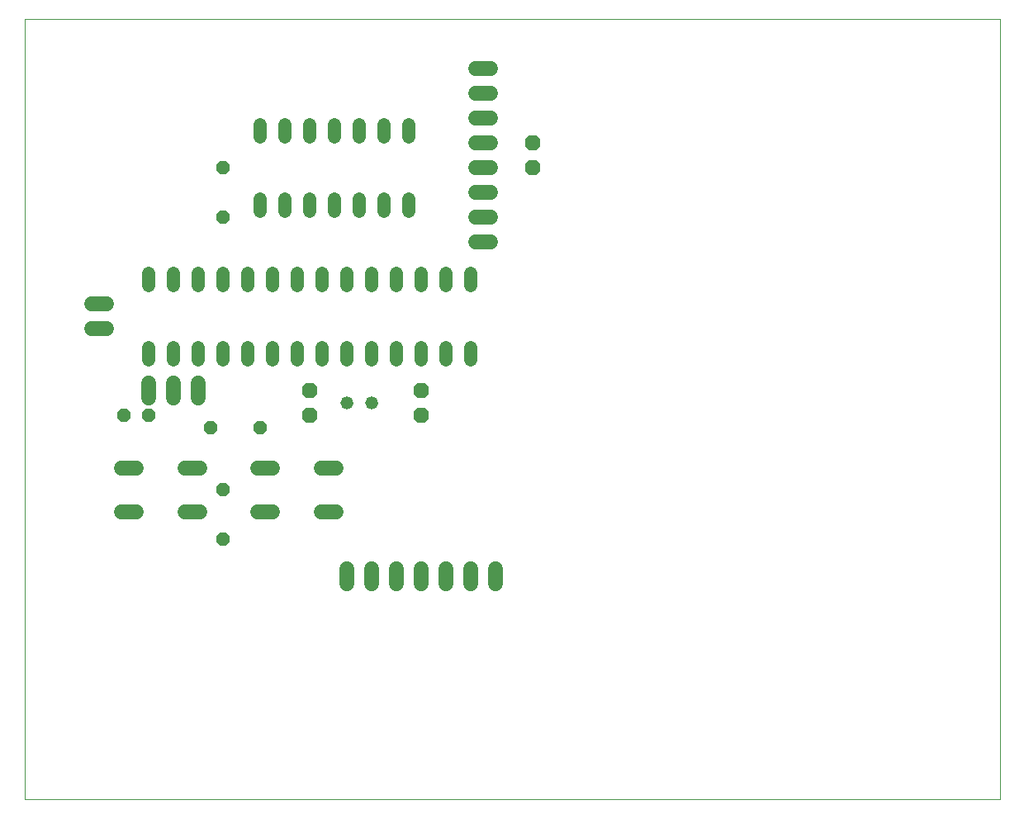
<source format=gtl>
G75*
%MOIN*%
%OFA0B0*%
%FSLAX25Y25*%
%IPPOS*%
%LPD*%
%AMOC8*
5,1,8,0,0,1.08239X$1,22.5*
%
%ADD10C,0.00000*%
%ADD11OC8,0.06300*%
%ADD12C,0.05200*%
%ADD13C,0.06000*%
%ADD14C,0.05200*%
%ADD15OC8,0.05200*%
D10*
X0001000Y0001000D02*
X0001000Y0315961D01*
X0394701Y0315961D01*
X0394701Y0001000D01*
X0001000Y0001000D01*
D11*
X0116000Y0156000D03*
X0116000Y0166000D03*
X0161000Y0166000D03*
X0161000Y0156000D03*
X0206000Y0256000D03*
X0206000Y0266000D03*
D12*
X0156000Y0268400D02*
X0156000Y0273600D01*
X0146000Y0273600D02*
X0146000Y0268400D01*
X0136000Y0268400D02*
X0136000Y0273600D01*
X0126000Y0273600D02*
X0126000Y0268400D01*
X0116000Y0268400D02*
X0116000Y0273600D01*
X0106000Y0273600D02*
X0106000Y0268400D01*
X0096000Y0268400D02*
X0096000Y0273600D01*
X0096000Y0243600D02*
X0096000Y0238400D01*
X0106000Y0238400D02*
X0106000Y0243600D01*
X0116000Y0243600D02*
X0116000Y0238400D01*
X0126000Y0238400D02*
X0126000Y0243600D01*
X0136000Y0243600D02*
X0136000Y0238400D01*
X0146000Y0238400D02*
X0146000Y0243600D01*
X0156000Y0243600D02*
X0156000Y0238400D01*
X0151000Y0213600D02*
X0151000Y0208400D01*
X0161000Y0208400D02*
X0161000Y0213600D01*
X0171000Y0213600D02*
X0171000Y0208400D01*
X0181000Y0208400D02*
X0181000Y0213600D01*
X0181000Y0183600D02*
X0181000Y0178400D01*
X0171000Y0178400D02*
X0171000Y0183600D01*
X0161000Y0183600D02*
X0161000Y0178400D01*
X0151000Y0178400D02*
X0151000Y0183600D01*
X0141000Y0183600D02*
X0141000Y0178400D01*
X0131000Y0178400D02*
X0131000Y0183600D01*
X0121000Y0183600D02*
X0121000Y0178400D01*
X0111000Y0178400D02*
X0111000Y0183600D01*
X0101000Y0183600D02*
X0101000Y0178400D01*
X0091000Y0178400D02*
X0091000Y0183600D01*
X0081000Y0183600D02*
X0081000Y0178400D01*
X0071000Y0178400D02*
X0071000Y0183600D01*
X0061000Y0183600D02*
X0061000Y0178400D01*
X0051000Y0178400D02*
X0051000Y0183600D01*
X0051000Y0208400D02*
X0051000Y0213600D01*
X0061000Y0213600D02*
X0061000Y0208400D01*
X0071000Y0208400D02*
X0071000Y0213600D01*
X0081000Y0213600D02*
X0081000Y0208400D01*
X0091000Y0208400D02*
X0091000Y0213600D01*
X0101000Y0213600D02*
X0101000Y0208400D01*
X0111000Y0208400D02*
X0111000Y0213600D01*
X0121000Y0213600D02*
X0121000Y0208400D01*
X0131000Y0208400D02*
X0131000Y0213600D01*
X0141000Y0213600D02*
X0141000Y0208400D01*
D13*
X0183000Y0226000D02*
X0189000Y0226000D01*
X0189000Y0236000D02*
X0183000Y0236000D01*
X0183000Y0246000D02*
X0189000Y0246000D01*
X0189000Y0256000D02*
X0183000Y0256000D01*
X0183000Y0266000D02*
X0189000Y0266000D01*
X0189000Y0276000D02*
X0183000Y0276000D01*
X0183000Y0286000D02*
X0189000Y0286000D01*
X0189000Y0296000D02*
X0183000Y0296000D01*
X0034000Y0201000D02*
X0028000Y0201000D01*
X0028000Y0191000D02*
X0034000Y0191000D01*
X0051000Y0169000D02*
X0051000Y0163000D01*
X0061000Y0163000D02*
X0061000Y0169000D01*
X0071000Y0169000D02*
X0071000Y0163000D01*
X0071800Y0134900D02*
X0065800Y0134900D01*
X0046200Y0134900D02*
X0040200Y0134900D01*
X0040200Y0117100D02*
X0046200Y0117100D01*
X0065800Y0117100D02*
X0071800Y0117100D01*
X0095200Y0117100D02*
X0101200Y0117100D01*
X0120800Y0117100D02*
X0126800Y0117100D01*
X0126800Y0134900D02*
X0120800Y0134900D01*
X0101200Y0134900D02*
X0095200Y0134900D01*
X0131000Y0094000D02*
X0131000Y0088000D01*
X0141000Y0088000D02*
X0141000Y0094000D01*
X0151000Y0094000D02*
X0151000Y0088000D01*
X0161000Y0088000D02*
X0161000Y0094000D01*
X0171000Y0094000D02*
X0171000Y0088000D01*
X0181000Y0088000D02*
X0181000Y0094000D01*
X0191000Y0094000D02*
X0191000Y0088000D01*
D14*
X0141000Y0161000D03*
X0131000Y0161000D03*
D15*
X0096000Y0151000D03*
X0076000Y0151000D03*
X0051000Y0156000D03*
X0041000Y0156000D03*
X0081000Y0126000D03*
X0081000Y0106000D03*
X0081000Y0236000D03*
X0081000Y0256000D03*
M02*

</source>
